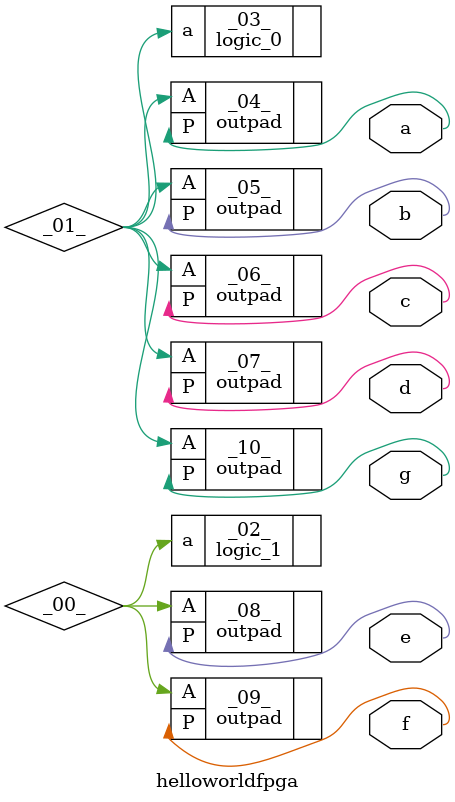
<source format=v>
/* Generated by Yosys 0.9+2406 (git sha1 ca763e6d5, gcc 12.2.0-14+deb12u1 -fPIC -Os) */

(* top =  1  *)
(* src = "/sdcard/vaman/fpga/sevenseg/codes/static//sevenseg_dec.v:9.1-47.10" *)
module helloworldfpga(a, b, c, d, e, f, g);
  wire _00_;
  wire _01_;
  (* src = "/sdcard/vaman/fpga/sevenseg/codes/static//sevenseg_dec.v:10.25-10.26" *)
  output a;
  (* src = "/sdcard/vaman/fpga/sevenseg/codes/static//sevenseg_dec.v:11.25-11.26" *)
  output b;
  (* src = "/sdcard/vaman/fpga/sevenseg/codes/static//sevenseg_dec.v:12.25-12.26" *)
  output c;
  (* src = "/sdcard/vaman/fpga/sevenseg/codes/static//sevenseg_dec.v:13.21-13.22" *)
  output d;
  (* src = "/sdcard/vaman/fpga/sevenseg/codes/static//sevenseg_dec.v:14.23-14.24" *)
  output e;
  (* src = "/sdcard/vaman/fpga/sevenseg/codes/static//sevenseg_dec.v:15.22-15.23" *)
  output f;
  (* src = "/sdcard/vaman/fpga/sevenseg/codes/static//sevenseg_dec.v:16.23-16.24" *)
  output g;
  logic_1 _02_ (
    .a(_00_)
  );
  logic_0 _03_ (
    .a(_01_)
  );
  (* keep = 32'd1 *)
  outpad #(
    .IO_LOC("X12Y3"),
    .IO_PAD("3"),
    .IO_TYPE("BIDIR")
  ) _04_ (
    .A(_01_),
    .P(a)
  );
  (* keep = 32'd1 *)
  outpad #(
    .IO_LOC("X14Y3"),
    .IO_PAD("64"),
    .IO_TYPE("BIDIR")
  ) _05_ (
    .A(_01_),
    .P(b)
  );
  (* keep = 32'd1 *)
  outpad #(
    .IO_LOC("X16Y3"),
    .IO_PAD("62"),
    .IO_TYPE("BIDIR")
  ) _06_ (
    .A(_01_),
    .P(c)
  );
  (* keep = 32'd1 *)
  outpad #(
    .IO_LOC("X18Y3"),
    .IO_PAD("63"),
    .IO_TYPE("BIDIR")
  ) _07_ (
    .A(_01_),
    .P(d)
  );
  (* keep = 32'd1 *)
  outpad #(
    .IO_LOC("X20Y3"),
    .IO_PAD("61"),
    .IO_TYPE("BIDIR")
  ) _08_ (
    .A(_00_),
    .P(e)
  );
  (* keep = 32'd1 *)
  outpad #(
    .IO_LOC("X24Y3"),
    .IO_PAD("59"),
    .IO_TYPE("BIDIR")
  ) _09_ (
    .A(_00_),
    .P(f)
  );
  (* keep = 32'd1 *)
  outpad #(
    .IO_LOC("X26Y3"),
    .IO_PAD("57"),
    .IO_TYPE("BIDIR")
  ) _10_ (
    .A(_01_),
    .P(g)
  );
endmodule

</source>
